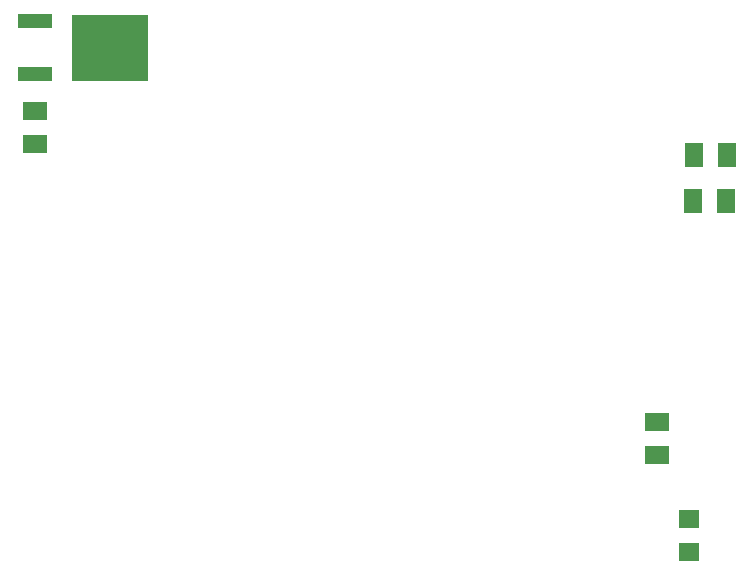
<source format=gbr>
G04 EAGLE Gerber RS-274X export*
G75*
%MOMM*%
%FSLAX34Y34*%
%LPD*%
%INSolderpaste Bottom*%
%IPPOS*%
%AMOC8*
5,1,8,0,0,1.08239X$1,22.5*%
G01*
%ADD10R,1.800000X1.600000*%
%ADD11R,1.600000X2.000000*%
%ADD12R,2.000000X1.600000*%
%ADD13R,2.850000X1.250000*%
%ADD14R,6.500000X5.550000*%


D10*
X587100Y429000D03*
X587100Y457000D03*
D11*
X619000Y765100D03*
X591000Y765100D03*
X618500Y726100D03*
X590500Y726100D03*
D12*
X560100Y511000D03*
X560100Y539000D03*
X32900Y802500D03*
X32900Y774500D03*
D13*
X33000Y833200D03*
X33000Y878800D03*
D14*
X97000Y856000D03*
M02*

</source>
